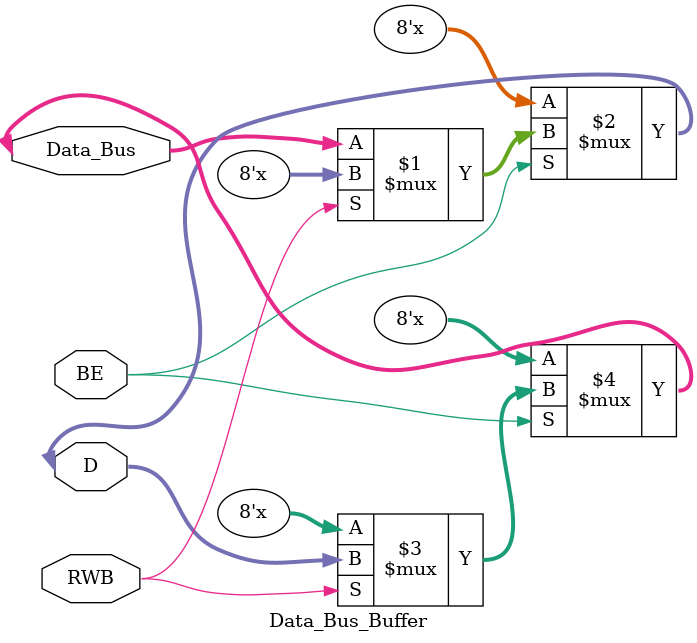
<source format=v>






//module Data_Bus_Buffer
//(
//	inout reg [7:0] D,
//	inout reg [7:0] Data_Bus,
//	input RWB,
//	input BE
//);
//
//always @ (D, Data_Bus, RWB, BE)
//begin
//	if (BE == 1'b1)
//		begin
//		D = (RWB) ? 8'bz : Data_Bus;
//		Data_Bus = (RWB) ? D : 8'bz;
//		end
//		
//	else
//		begin
//		D = 8'bz;
//		Data_Bus = 8'bz;
//		end
//end
//endmodule



module Data_Bus_Buffer
(
	inout [7:0] D,
	inout [7:0] Data_Bus,
	input RWB,
	input BE
);

assign D = 	(BE) ? (RWB) ? 8'bz : Data_Bus : 8'bz;
assign Data_Bus = (BE) ? (RWB) ? D : 8'bz : 8'bz;

endmodule

</source>
